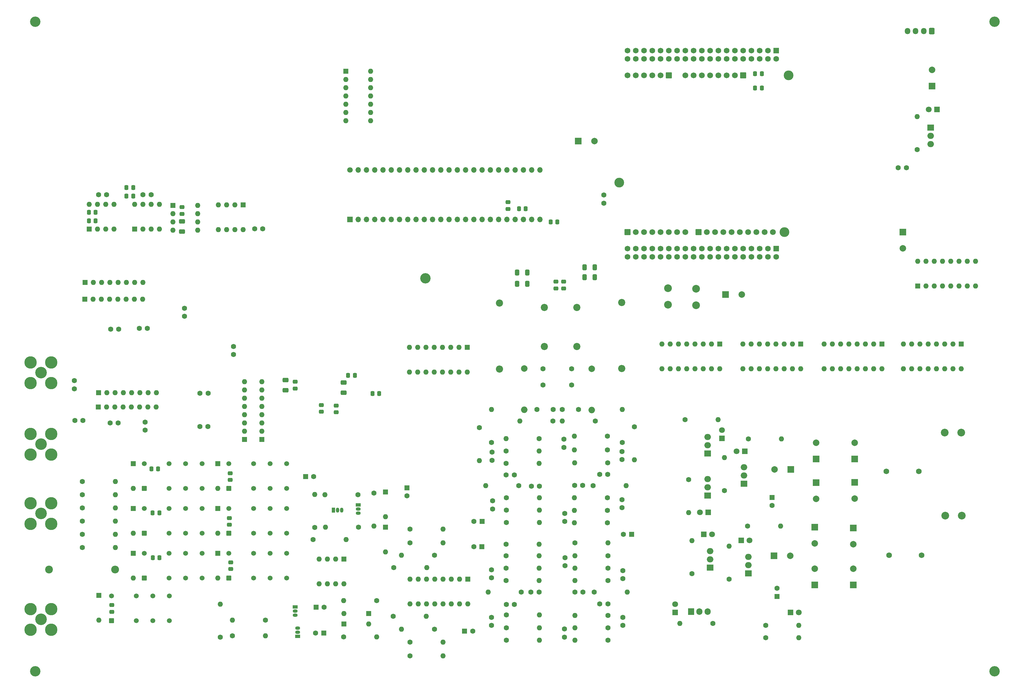
<source format=gbr>
%TF.GenerationSoftware,KiCad,Pcbnew,8.0.5*%
%TF.CreationDate,2024-12-06T02:00:12+01:00*%
%TF.ProjectId,ImpedanceAnalyzer,496d7065-6461-46e6-9365-416e616c797a,rev?*%
%TF.SameCoordinates,Original*%
%TF.FileFunction,Soldermask,Bot*%
%TF.FilePolarity,Negative*%
%FSLAX46Y46*%
G04 Gerber Fmt 4.6, Leading zero omitted, Abs format (unit mm)*
G04 Created by KiCad (PCBNEW 8.0.5) date 2024-12-06 02:00:12*
%MOMM*%
%LPD*%
G01*
G04 APERTURE LIST*
G04 Aperture macros list*
%AMRoundRect*
0 Rectangle with rounded corners*
0 $1 Rounding radius*
0 $2 $3 $4 $5 $6 $7 $8 $9 X,Y pos of 4 corners*
0 Add a 4 corners polygon primitive as box body*
4,1,4,$2,$3,$4,$5,$6,$7,$8,$9,$2,$3,0*
0 Add four circle primitives for the rounded corners*
1,1,$1+$1,$2,$3*
1,1,$1+$1,$4,$5*
1,1,$1+$1,$6,$7*
1,1,$1+$1,$8,$9*
0 Add four rect primitives between the rounded corners*
20,1,$1+$1,$2,$3,$4,$5,0*
20,1,$1+$1,$4,$5,$6,$7,0*
20,1,$1+$1,$6,$7,$8,$9,0*
20,1,$1+$1,$8,$9,$2,$3,0*%
G04 Aperture macros list end*
%ADD10R,2.000000X1.905000*%
%ADD11O,2.000000X1.905000*%
%ADD12R,1.600000X1.600000*%
%ADD13O,1.600000X1.600000*%
%ADD14C,1.600000*%
%ADD15R,1.700000X1.700000*%
%ADD16O,1.700000X1.700000*%
%ADD17C,1.700000*%
%ADD18R,2.000000X2.000000*%
%ADD19C,2.000000*%
%ADD20R,1.500000X1.050000*%
%ADD21O,1.500000X1.050000*%
%ADD22C,2.200000*%
%ADD23O,2.200000X2.200000*%
%ADD24C,3.556000*%
%ADD25C,3.810000*%
%ADD26R,1.800000X1.800000*%
%ADD27C,1.800000*%
%ADD28RoundRect,0.102000X-0.654000X-0.654000X0.654000X-0.654000X0.654000X0.654000X-0.654000X0.654000X0*%
%ADD29C,1.512000*%
%ADD30O,2.000000X2.000000*%
%ADD31C,3.200000*%
%ADD32C,3.000000*%
%ADD33RoundRect,0.102000X-0.802500X0.802500X-0.802500X-0.802500X0.802500X-0.802500X0.802500X0.802500X0*%
%ADD34C,1.809000*%
%ADD35RoundRect,0.102000X-0.765000X0.765000X-0.765000X-0.765000X0.765000X-0.765000X0.765000X0.765000X0*%
%ADD36C,1.734000*%
%ADD37C,1.754000*%
%ADD38C,2.379000*%
%ADD39R,1.050000X1.500000*%
%ADD40O,1.050000X1.500000*%
%ADD41R,1.905000X2.000000*%
%ADD42O,1.905000X2.000000*%
%ADD43C,2.400000*%
%ADD44O,2.400000X2.400000*%
%ADD45RoundRect,0.250000X0.600000X0.725000X-0.600000X0.725000X-0.600000X-0.725000X0.600000X-0.725000X0*%
%ADD46O,1.700000X1.950000*%
%ADD47RoundRect,0.250000X0.412500X0.650000X-0.412500X0.650000X-0.412500X-0.650000X0.412500X-0.650000X0*%
%ADD48RoundRect,0.250000X-0.650000X0.412500X-0.650000X-0.412500X0.650000X-0.412500X0.650000X0.412500X0*%
%ADD49RoundRect,0.250000X-0.412500X-0.650000X0.412500X-0.650000X0.412500X0.650000X-0.412500X0.650000X0*%
%ADD50RoundRect,0.250000X0.337500X0.475000X-0.337500X0.475000X-0.337500X-0.475000X0.337500X-0.475000X0*%
%ADD51RoundRect,0.250000X-0.475000X0.337500X-0.475000X-0.337500X0.475000X-0.337500X0.475000X0.337500X0*%
%ADD52RoundRect,0.250000X-0.337500X-0.475000X0.337500X-0.475000X0.337500X0.475000X-0.337500X0.475000X0*%
%ADD53RoundRect,0.250000X0.475000X-0.337500X0.475000X0.337500X-0.475000X0.337500X-0.475000X-0.337500X0*%
G04 APERTURE END LIST*
D10*
%TO.C,U21*%
X305370000Y-82630000D03*
D11*
X305370000Y-85170000D03*
X305370000Y-87710000D03*
%TD*%
D12*
%TO.C,D9*%
X86110000Y-186030000D03*
D13*
X86110000Y-193650000D03*
%TD*%
D12*
%TO.C,D13*%
X86110000Y-199830000D03*
D13*
X86110000Y-207450000D03*
%TD*%
D14*
%TO.C,R18*%
X124830000Y-239440000D03*
D13*
X134990000Y-239440000D03*
%TD*%
D14*
%TO.C,C102*%
X194930000Y-156860000D03*
X194930000Y-161860000D03*
%TD*%
%TO.C,R65*%
X206070000Y-222040000D03*
D13*
X195910000Y-222040000D03*
%TD*%
D14*
%TO.C,R31*%
X254650000Y-235860000D03*
D13*
X264810000Y-235860000D03*
%TD*%
D14*
%TO.C,R77*%
X174830000Y-236640000D03*
D13*
X184990000Y-236640000D03*
%TD*%
D14*
%TO.C,C110*%
X198410000Y-225640000D03*
X195910000Y-225640000D03*
%TD*%
%TO.C,R32*%
X249250000Y-178460000D03*
D13*
X259410000Y-178460000D03*
%TD*%
D15*
%TO.C,M1*%
X126810000Y-110880000D03*
D16*
X129350000Y-110880000D03*
X131890000Y-110880000D03*
X134430000Y-110880000D03*
X136970000Y-110880000D03*
X139510000Y-110880000D03*
X142050000Y-110880000D03*
X144590000Y-110880000D03*
X147130000Y-110880000D03*
X149670000Y-110880000D03*
X152210000Y-110880000D03*
X154750000Y-110880000D03*
X157290000Y-110880000D03*
X159830000Y-110880000D03*
X162370000Y-110880000D03*
X164910000Y-110880000D03*
X167450000Y-110880000D03*
X169990000Y-110880000D03*
X172530000Y-110880000D03*
X175070000Y-110880000D03*
X177610000Y-110880000D03*
X180150000Y-110880000D03*
X182690000Y-110880000D03*
X185230000Y-110880000D03*
X185230000Y-95640000D03*
X182690000Y-95640000D03*
X180150000Y-95640000D03*
X177610000Y-95640000D03*
X175070000Y-95640000D03*
X172530000Y-95640000D03*
X169990000Y-95640000D03*
X167450000Y-95640000D03*
X164910000Y-95640000D03*
X162370000Y-95640000D03*
X159830000Y-95640000D03*
X157290000Y-95640000D03*
X154750000Y-95640000D03*
X152210000Y-95640000D03*
X149670000Y-95640000D03*
X147130000Y-95640000D03*
X144590000Y-95640000D03*
X142050000Y-95640000D03*
X139510000Y-95640000D03*
X136970000Y-95640000D03*
X134430000Y-95640000D03*
X131890000Y-95640000D03*
X129350000Y-95640000D03*
D17*
X126810000Y-95640000D03*
%TD*%
D18*
%TO.C,C43*%
X281530000Y-205860000D03*
D19*
X281530000Y-210860000D03*
%TD*%
D14*
%TO.C,R43*%
X210530000Y-179540000D03*
D13*
X210530000Y-169380000D03*
%TD*%
D12*
%TO.C,R27*%
X99720000Y-178610000D03*
D13*
X99720000Y-176070000D03*
X99720000Y-173530000D03*
X99720000Y-170990000D03*
X99720000Y-168450000D03*
X99720000Y-165910000D03*
X99720000Y-163370000D03*
X99720000Y-160830000D03*
%TD*%
D12*
%TO.C,R25*%
X49440000Y-164250000D03*
D13*
X51980000Y-164250000D03*
X54520000Y-164250000D03*
X57060000Y-164250000D03*
X59600000Y-164250000D03*
X62140000Y-164250000D03*
X64680000Y-164250000D03*
X67220000Y-164250000D03*
%TD*%
D14*
%TO.C,R79*%
X241930000Y-194340000D03*
D13*
X241930000Y-184180000D03*
%TD*%
D18*
%TO.C,C45*%
X269730000Y-205660000D03*
D19*
X269730000Y-210660000D03*
%TD*%
D14*
%TO.C,R28*%
X90630000Y-239040000D03*
D13*
X100790000Y-239040000D03*
%TD*%
D14*
%TO.C,C123*%
X192790000Y-203890000D03*
X192790000Y-201390000D03*
%TD*%
D20*
%TO.C,Q4*%
X110710000Y-239240000D03*
D21*
X110710000Y-237970000D03*
X110710000Y-236700000D03*
%TD*%
D14*
%TO.C,C74*%
X63150000Y-103290000D03*
X65650000Y-103290000D03*
%TD*%
%TO.C,R49*%
X205950000Y-177640000D03*
D13*
X195790000Y-177640000D03*
%TD*%
D14*
%TO.C,R61*%
X174910000Y-200377500D03*
D13*
X185070000Y-200377500D03*
%TD*%
D14*
%TO.C,R51*%
X205950000Y-181840000D03*
D13*
X195790000Y-181840000D03*
%TD*%
D22*
%TO.C,L3*%
X196530000Y-137960000D03*
X186530000Y-137960000D03*
X186530000Y-149960000D03*
X196530000Y-149960000D03*
%TD*%
D14*
%TO.C,R47*%
X206000000Y-185777500D03*
D13*
X195840000Y-185777500D03*
%TD*%
D12*
%TO.C,D17*%
X132520000Y-232240000D03*
D13*
X124900000Y-232240000D03*
%TD*%
D14*
%TO.C,C108*%
X170670000Y-197527500D03*
X170670000Y-200027500D03*
%TD*%
D22*
%TO.C,L5*%
X172730000Y-136600000D03*
D23*
X172730000Y-156920000D03*
%TD*%
D12*
%TO.C,U7*%
X60530000Y-113860000D03*
D13*
X63070000Y-113860000D03*
X65610000Y-113860000D03*
X68150000Y-113860000D03*
X68150000Y-106240000D03*
X65610000Y-106240000D03*
X63070000Y-106240000D03*
X60530000Y-106240000D03*
%TD*%
D14*
%TO.C,C104*%
X197030000Y-169360000D03*
X192030000Y-169360000D03*
%TD*%
D12*
%TO.C,U5*%
X46610000Y-113860000D03*
D13*
X49150000Y-113860000D03*
X51690000Y-113860000D03*
X54230000Y-113860000D03*
X54230000Y-106240000D03*
X51690000Y-106240000D03*
X49150000Y-106240000D03*
X46610000Y-106240000D03*
%TD*%
D14*
%TO.C,R50*%
X184950000Y-178377500D03*
D13*
X174790000Y-178377500D03*
%TD*%
D24*
%TO.C,J6*%
X31745000Y-180075000D03*
D25*
X34920000Y-183250000D03*
X34920000Y-176900000D03*
X28570000Y-183250000D03*
X28570000Y-176900000D03*
%TD*%
D26*
%TO.C,D3*%
X236930000Y-201027677D03*
D27*
X234390000Y-201027677D03*
%TD*%
D28*
%TO.C,K4*%
X89510000Y-193660000D03*
D29*
X97130000Y-193660000D03*
X102210000Y-193660000D03*
X107290000Y-193660000D03*
X107290000Y-186040000D03*
X102210000Y-186040000D03*
X97130000Y-186040000D03*
X89510000Y-186040000D03*
%TD*%
D26*
%TO.C,D6*%
X247055000Y-209660000D03*
D27*
X249595000Y-209660000D03*
%TD*%
D14*
%TO.C,R57*%
X174910000Y-204177500D03*
D13*
X185070000Y-204177500D03*
%TD*%
D14*
%TO.C,C172*%
X63750000Y-175750000D03*
X63750000Y-173250000D03*
%TD*%
D12*
%TO.C,D15*%
X86110000Y-213630000D03*
D13*
X86110000Y-221250000D03*
%TD*%
D14*
%TO.C,R58*%
X205950000Y-204240000D03*
D13*
X195790000Y-204240000D03*
%TD*%
D19*
%TO.C,C132*%
X296750000Y-119750000D03*
D18*
X296750000Y-114750000D03*
%TD*%
D28*
%TO.C,K5*%
X63490000Y-193650000D03*
D29*
X71110000Y-193650000D03*
X76190000Y-193650000D03*
X81270000Y-193650000D03*
X81270000Y-186030000D03*
X76190000Y-186030000D03*
X71110000Y-186030000D03*
X63490000Y-186030000D03*
%TD*%
D20*
%TO.C,Q1*%
X129327500Y-198732500D03*
D21*
X129327500Y-200002500D03*
X129327500Y-201272500D03*
%TD*%
D14*
%TO.C,R116*%
X152790000Y-237040000D03*
D13*
X142630000Y-237040000D03*
%TD*%
D12*
%TO.C,C124*%
X167372380Y-211640000D03*
D14*
X164872380Y-211640000D03*
%TD*%
D18*
%TO.C,C20*%
X257130000Y-214427677D03*
D19*
X262130000Y-214427677D03*
%TD*%
D14*
%TO.C,R53*%
X178670000Y-192840000D03*
D13*
X168510000Y-192840000D03*
%TD*%
D12*
%TO.C,U15*%
X125530000Y-65235000D03*
D13*
X125530000Y-67775000D03*
X125530000Y-70315000D03*
X125530000Y-72855000D03*
X125530000Y-75395000D03*
X125530000Y-77935000D03*
X125530000Y-80475000D03*
X133150000Y-80475000D03*
X133150000Y-77935000D03*
X133150000Y-75395000D03*
X133150000Y-72855000D03*
X133150000Y-70315000D03*
X133150000Y-67775000D03*
X133150000Y-65235000D03*
%TD*%
D14*
%TO.C,R_R106*%
X44440000Y-191600000D03*
D13*
X54600000Y-191600000D03*
%TD*%
D14*
%TO.C,R75*%
X174830000Y-240440000D03*
D13*
X184990000Y-240440000D03*
%TD*%
D14*
%TO.C,C101*%
X170470000Y-185027500D03*
X170470000Y-182527500D03*
%TD*%
D24*
%TO.C,J7*%
X31745000Y-158075000D03*
D25*
X34920000Y-161250000D03*
X34920000Y-154900000D03*
X28570000Y-161250000D03*
X28570000Y-154900000D03*
%TD*%
D14*
%TO.C,C112*%
X210710000Y-221490000D03*
X210710000Y-218990000D03*
%TD*%
%TO.C,C116*%
X170310000Y-233390000D03*
X170310000Y-235890000D03*
%TD*%
%TO.C,C163*%
X42000000Y-163000000D03*
X42000000Y-160500000D03*
%TD*%
%TO.C,C137*%
X204800000Y-105850000D03*
X204800000Y-103350000D03*
%TD*%
D26*
%TO.C,D19*%
X262255000Y-231860000D03*
D27*
X264795000Y-231860000D03*
%TD*%
D14*
%TO.C,R81*%
X230930000Y-190947677D03*
D13*
X230930000Y-201107677D03*
%TD*%
D12*
%TO.C,D10*%
X60110000Y-186030000D03*
D13*
X60110000Y-193650000D03*
%TD*%
D18*
%TO.C,C144*%
X197000000Y-86750000D03*
D19*
X202000000Y-86750000D03*
%TD*%
D12*
%TO.C,D16*%
X137727500Y-194782500D03*
D13*
X137727500Y-202402500D03*
%TD*%
D12*
%TO.C,C118*%
X167390000Y-203840000D03*
D14*
X164890000Y-203840000D03*
%TD*%
D26*
%TO.C,D1*%
X248205000Y-182260000D03*
D27*
X245665000Y-182260000D03*
%TD*%
D14*
%TO.C,R112*%
X152790000Y-214240000D03*
D13*
X142630000Y-214240000D03*
%TD*%
D19*
%TO.C,L6*%
X201130000Y-156860000D03*
D30*
X201130000Y-169560000D03*
%TD*%
D31*
%TO.C,M3*%
X325000000Y-50000000D03*
%TD*%
D14*
%TO.C,R62*%
X205950000Y-200440000D03*
D13*
X195790000Y-200440000D03*
%TD*%
D32*
%TO.C,U10*%
X261670000Y-66540000D03*
X209600000Y-99560000D03*
X260400000Y-114800000D03*
D33*
X233980000Y-114800000D03*
D34*
X236520000Y-114800000D03*
X239060000Y-114800000D03*
X241600000Y-114800000D03*
X244140000Y-114800000D03*
X246680000Y-114800000D03*
X249220000Y-114800000D03*
X251760000Y-114800000D03*
X254300000Y-114800000D03*
X256840000Y-114800000D03*
D33*
X247700000Y-66540000D03*
D34*
X245160000Y-66540000D03*
X242620000Y-66540000D03*
X240080000Y-66540000D03*
X237540000Y-66540000D03*
X235000000Y-66540000D03*
X232460000Y-66540000D03*
X229920000Y-66540000D03*
D35*
X257860000Y-58920000D03*
D36*
X257860000Y-61460000D03*
X255320000Y-58920000D03*
X255320000Y-61460000D03*
X252780000Y-58920000D03*
X252780000Y-61460000D03*
X250240000Y-58920000D03*
X250240000Y-61460000D03*
X247700000Y-58920000D03*
X247700000Y-61460000D03*
X245160000Y-58920000D03*
X245160000Y-61460000D03*
X242620000Y-58920000D03*
X242620000Y-61460000D03*
X240080000Y-58920000D03*
X240080000Y-61460000D03*
X237540000Y-58920000D03*
X237540000Y-61460000D03*
X235000000Y-58920000D03*
X235000000Y-61460000D03*
X232460000Y-58920000D03*
X232460000Y-61460000D03*
X229920000Y-58920000D03*
X229920000Y-61460000D03*
X227380000Y-58920000D03*
X227380000Y-61460000D03*
X224840000Y-58920000D03*
X224840000Y-61460000D03*
X222300000Y-58920000D03*
X222300000Y-61460000D03*
X219760000Y-58920000D03*
X219760000Y-61460000D03*
X217220000Y-58920000D03*
X217220000Y-61460000D03*
X214680000Y-58920000D03*
X214680000Y-61460000D03*
X212140000Y-58920000D03*
X212140000Y-61460000D03*
D33*
X224840000Y-66540000D03*
D34*
X222300000Y-66540000D03*
X219760000Y-66540000D03*
X217220000Y-66540000D03*
X214680000Y-66540000D03*
X212140000Y-66540000D03*
D33*
X212140000Y-114800000D03*
D34*
X214680000Y-114800000D03*
X217220000Y-114800000D03*
X219760000Y-114800000D03*
X222300000Y-114800000D03*
X224840000Y-114800000D03*
X227380000Y-114800000D03*
X229920000Y-114800000D03*
D35*
X257860000Y-119880000D03*
D36*
X257860000Y-122420000D03*
X255320000Y-119880000D03*
X255320000Y-122420000D03*
X252780000Y-119880000D03*
X252780000Y-122420000D03*
X250240000Y-119880000D03*
X250240000Y-122420000D03*
X247700000Y-119880000D03*
X247700000Y-122420000D03*
X245160000Y-119880000D03*
X245160000Y-122420000D03*
X242620000Y-119880000D03*
X242620000Y-122420000D03*
X240080000Y-119880000D03*
X240080000Y-122420000D03*
X237540000Y-119880000D03*
X237540000Y-122420000D03*
X235000000Y-119880000D03*
X235000000Y-122420000D03*
X232460000Y-119880000D03*
X232460000Y-122420000D03*
X229920000Y-119880000D03*
X229920000Y-122420000D03*
X227380000Y-119880000D03*
X227380000Y-122420000D03*
X224840000Y-119880000D03*
X224840000Y-122420000D03*
X222300000Y-119880000D03*
X222300000Y-122420000D03*
X219760000Y-119880000D03*
X219760000Y-122420000D03*
X217220000Y-119880000D03*
X217220000Y-122420000D03*
X214680000Y-119880000D03*
X214680000Y-122420000D03*
X212140000Y-119880000D03*
X212140000Y-122420000D03*
%TD*%
D19*
%TO.C,L7*%
X180330000Y-156810000D03*
D30*
X180330000Y-169510000D03*
%TD*%
D14*
%TO.C,R111*%
X145230000Y-210440000D03*
D13*
X155390000Y-210440000D03*
%TD*%
D14*
%TO.C,C78*%
X80670000Y-164410000D03*
X83170000Y-164410000D03*
%TD*%
%TO.C,R117*%
X140030000Y-233040000D03*
D13*
X150190000Y-233040000D03*
%TD*%
D10*
%TO.C,U18*%
X247930000Y-192260000D03*
D11*
X247930000Y-189720000D03*
X247930000Y-187180000D03*
%TD*%
D14*
%TO.C,R115*%
X145230000Y-241040000D03*
D13*
X155390000Y-241040000D03*
%TD*%
D12*
%TO.C,C195*%
X116327621Y-230240000D03*
D14*
X118827621Y-230240000D03*
%TD*%
D28*
%TO.C,K1*%
X63490000Y-221260000D03*
D29*
X71110000Y-221260000D03*
X76190000Y-221260000D03*
X81270000Y-221260000D03*
X81270000Y-213640000D03*
X76190000Y-213640000D03*
X71110000Y-213640000D03*
X63490000Y-213640000D03*
%TD*%
D14*
%TO.C,C129*%
X192710000Y-239490000D03*
X192710000Y-236990000D03*
%TD*%
D31*
%TO.C,M3*%
X325000000Y-250000000D03*
%TD*%
D12*
%TO.C,U33*%
X240470000Y-149260000D03*
D13*
X237930000Y-149260000D03*
X235390000Y-149260000D03*
X232850000Y-149260000D03*
X230310000Y-149260000D03*
X227770000Y-149260000D03*
X225230000Y-149260000D03*
X222690000Y-149260000D03*
X222690000Y-156880000D03*
X225230000Y-156880000D03*
X227770000Y-156880000D03*
X230310000Y-156880000D03*
X232850000Y-156880000D03*
X235390000Y-156880000D03*
X237930000Y-156880000D03*
X240470000Y-156880000D03*
%TD*%
D14*
%TO.C,C105*%
X189230000Y-169360000D03*
X184230000Y-169360000D03*
%TD*%
D37*
%TO.C,L1*%
X291730000Y-188460000D03*
X301730000Y-188460000D03*
%TD*%
D12*
%TO.C,D11*%
X60110000Y-213630000D03*
D13*
X60110000Y-221250000D03*
%TD*%
D14*
%TO.C,C142*%
X297850000Y-95000000D03*
X295350000Y-95000000D03*
%TD*%
%TO.C,R14*%
X134990000Y-228240000D03*
D13*
X124830000Y-228240000D03*
%TD*%
D14*
%TO.C,R13*%
X129207500Y-195602500D03*
D13*
X119047500Y-195602500D03*
%TD*%
D10*
%TO.C,U23*%
X237530000Y-218107677D03*
D11*
X237530000Y-215567677D03*
X237530000Y-213027677D03*
%TD*%
D14*
%TO.C,R52*%
X174790000Y-182177500D03*
D13*
X184950000Y-182177500D03*
%TD*%
D14*
%TO.C,C107*%
X198340000Y-192777500D03*
X195840000Y-192777500D03*
%TD*%
D12*
%TO.C,U31*%
X162805000Y-150260000D03*
D13*
X160265000Y-150260000D03*
X157725000Y-150260000D03*
X155185000Y-150260000D03*
X152645000Y-150260000D03*
X150105000Y-150260000D03*
X147565000Y-150260000D03*
X145025000Y-150260000D03*
X145025000Y-157880000D03*
X147565000Y-157880000D03*
X150105000Y-157880000D03*
X152645000Y-157880000D03*
X155185000Y-157880000D03*
X157725000Y-157880000D03*
X160265000Y-157880000D03*
X162805000Y-157880000D03*
%TD*%
D14*
%TO.C,R69*%
X206070000Y-218240000D03*
D13*
X195910000Y-218240000D03*
%TD*%
D14*
%TO.C,C117*%
X210710000Y-233390000D03*
X210710000Y-235890000D03*
%TD*%
D18*
%TO.C,C32*%
X281530000Y-223427677D03*
D19*
X281530000Y-218427677D03*
%TD*%
D12*
%TO.C,U27*%
X301325000Y-131400000D03*
D13*
X303865000Y-131400000D03*
X306405000Y-131400000D03*
X308945000Y-131400000D03*
X311485000Y-131400000D03*
X314025000Y-131400000D03*
X316565000Y-131400000D03*
X319105000Y-131400000D03*
X319105000Y-123780000D03*
X316565000Y-123780000D03*
X314025000Y-123780000D03*
X311485000Y-123780000D03*
X308945000Y-123780000D03*
X306405000Y-123780000D03*
X303865000Y-123780000D03*
X301325000Y-123780000D03*
%TD*%
D14*
%TO.C,R48*%
X174790000Y-185977500D03*
D13*
X184950000Y-185977500D03*
%TD*%
D12*
%TO.C,R24*%
X45280000Y-135450000D03*
D13*
X47820000Y-135450000D03*
X50360000Y-135450000D03*
X52900000Y-135450000D03*
X55440000Y-135450000D03*
X57980000Y-135450000D03*
X60520000Y-135450000D03*
X63060000Y-135450000D03*
%TD*%
D14*
%TO.C,R55*%
X174910000Y-196577500D03*
D13*
X185070000Y-196577500D03*
%TD*%
D14*
%TO.C,R73*%
X174830000Y-232640000D03*
D13*
X184990000Y-232640000D03*
%TD*%
D12*
%TO.C,D18*%
X124900000Y-235440000D03*
D13*
X132520000Y-235440000D03*
%TD*%
D10*
%TO.C,U20*%
X236730000Y-195907677D03*
D11*
X236730000Y-193367677D03*
X236730000Y-190827677D03*
%TD*%
D12*
%TO.C,C125*%
X162030000Y-237660000D03*
D14*
X164530000Y-237660000D03*
%TD*%
%TO.C,R44*%
X170330000Y-179540000D03*
D13*
X170330000Y-169380000D03*
%TD*%
D14*
%TO.C,R64*%
X174820000Y-210900000D03*
D13*
X184980000Y-210900000D03*
%TD*%
D14*
%TO.C,R22*%
X100790000Y-234240000D03*
D13*
X90630000Y-234240000D03*
%TD*%
D14*
%TO.C,C84*%
X64495000Y-144450000D03*
X61995000Y-144450000D03*
%TD*%
%TO.C,C109*%
X210440000Y-197127500D03*
X210440000Y-199627500D03*
%TD*%
D31*
%TO.C,M3*%
X30000000Y-50000000D03*
%TD*%
D14*
%TO.C,C77*%
X83120000Y-174610000D03*
X80620000Y-174610000D03*
%TD*%
D18*
%TO.C,C17*%
X281930000Y-184627677D03*
D19*
X281930000Y-179627677D03*
%TD*%
D22*
%TO.C,L4*%
X210330000Y-136440000D03*
D23*
X210330000Y-156760000D03*
%TD*%
D14*
%TO.C,C113*%
X170310000Y-221240000D03*
X170310000Y-218740000D03*
%TD*%
%TO.C,R21*%
X115447500Y-209402500D03*
D13*
X125607500Y-209402500D03*
%TD*%
D14*
%TO.C,R59*%
X202210000Y-172960000D03*
D13*
X192050000Y-172960000D03*
%TD*%
D14*
%TO.C,R20*%
X129407500Y-205602500D03*
D13*
X119247500Y-205602500D03*
%TD*%
D12*
%TO.C,C197*%
X118692380Y-238240000D03*
D14*
X116192380Y-238240000D03*
%TD*%
D12*
%TO.C,U32*%
X163010000Y-221640000D03*
D13*
X160470000Y-221640000D03*
X157930000Y-221640000D03*
X155390000Y-221640000D03*
X152850000Y-221640000D03*
X150310000Y-221640000D03*
X147770000Y-221640000D03*
X145230000Y-221640000D03*
X145230000Y-229260000D03*
X147770000Y-229260000D03*
X150310000Y-229260000D03*
X152850000Y-229260000D03*
X155390000Y-229260000D03*
X157930000Y-229260000D03*
X160470000Y-229260000D03*
X163010000Y-229260000D03*
%TD*%
D26*
%TO.C,D5*%
X235590000Y-207827677D03*
D27*
X238130000Y-207827677D03*
%TD*%
D38*
%TO.C,J1*%
X224600000Y-137140000D03*
X224600000Y-132060000D03*
%TD*%
D31*
%TO.C,M3*%
X150000000Y-129000000D03*
%TD*%
D14*
%TO.C,C99*%
X177320000Y-189577500D03*
X174820000Y-189577500D03*
%TD*%
%TO.C,C70*%
X75920000Y-138200000D03*
X75920000Y-140700000D03*
%TD*%
D37*
%TO.C,L2*%
X292530000Y-214227677D03*
X302530000Y-214227677D03*
%TD*%
D14*
%TO.C,R85*%
X238410000Y-235227677D03*
D13*
X228250000Y-235227677D03*
%TD*%
D14*
%TO.C,C111*%
X182410000Y-225640000D03*
X184910000Y-225640000D03*
%TD*%
D12*
%TO.C,C119*%
X213390000Y-207840000D03*
D14*
X210890000Y-207840000D03*
%TD*%
%TO.C,R_R110*%
X44440000Y-207800000D03*
D13*
X54600000Y-207800000D03*
%TD*%
D12*
%TO.C,U26*%
X290370000Y-149260000D03*
D13*
X287830000Y-149260000D03*
X285290000Y-149260000D03*
X282750000Y-149260000D03*
X280210000Y-149260000D03*
X277670000Y-149260000D03*
X275130000Y-149260000D03*
X272590000Y-149260000D03*
X272590000Y-156880000D03*
X275130000Y-156880000D03*
X277670000Y-156880000D03*
X280210000Y-156880000D03*
X282750000Y-156880000D03*
X285290000Y-156880000D03*
X287830000Y-156880000D03*
X290370000Y-156880000D03*
%TD*%
D14*
%TO.C,C98*%
X206040000Y-189377500D03*
X203540000Y-189377500D03*
%TD*%
D18*
%TO.C,C47*%
X269730000Y-223427677D03*
D19*
X269730000Y-218427677D03*
%TD*%
D28*
%TO.C,K7*%
X89510000Y-221260000D03*
D29*
X97130000Y-221260000D03*
X102210000Y-221260000D03*
X107290000Y-221260000D03*
X107290000Y-213640000D03*
X102210000Y-213640000D03*
X97130000Y-213640000D03*
X89510000Y-213640000D03*
%TD*%
D14*
%TO.C,R76*%
X206070000Y-240440000D03*
D13*
X195910000Y-240440000D03*
%TD*%
D14*
%TO.C,C114*%
X177360000Y-229440000D03*
X174860000Y-229440000D03*
%TD*%
D18*
%TO.C,C44*%
X270130000Y-184660000D03*
D19*
X270130000Y-179660000D03*
%TD*%
D14*
%TO.C,R119*%
X145230000Y-206240000D03*
D13*
X155390000Y-206240000D03*
%TD*%
D12*
%TO.C,D8*%
X49580000Y-226600000D03*
D13*
X49580000Y-234220000D03*
%TD*%
D28*
%TO.C,K3*%
X89510000Y-207460000D03*
D29*
X97130000Y-207460000D03*
X102210000Y-207460000D03*
X107290000Y-207460000D03*
X107290000Y-199840000D03*
X102210000Y-199840000D03*
X97130000Y-199840000D03*
X89510000Y-199840000D03*
%TD*%
D14*
%TO.C,R84*%
X243330000Y-221620000D03*
D13*
X243330000Y-211460000D03*
%TD*%
D26*
%TO.C,D7*%
X226730000Y-231902677D03*
D27*
X226730000Y-229362677D03*
%TD*%
D14*
%TO.C,C122*%
X192590000Y-181040000D03*
X192590000Y-178540000D03*
%TD*%
D12*
%TO.C,R5*%
X94320000Y-178650000D03*
D13*
X94320000Y-176110000D03*
X94320000Y-173570000D03*
X94320000Y-171030000D03*
X94320000Y-168490000D03*
X94320000Y-165950000D03*
X94320000Y-163410000D03*
X94320000Y-160870000D03*
%TD*%
D14*
%TO.C,R83*%
X231930000Y-219907677D03*
D13*
X231930000Y-209747677D03*
%TD*%
D14*
%TO.C,R_R109*%
X44440000Y-203750000D03*
D13*
X54600000Y-203750000D03*
%TD*%
D14*
%TO.C,R_R107*%
X44440000Y-195650000D03*
D13*
X54600000Y-195650000D03*
%TD*%
D14*
%TO.C,R34*%
X254650000Y-239660000D03*
D13*
X264810000Y-239660000D03*
%TD*%
D14*
%TO.C,R30*%
X86910000Y-239520000D03*
D13*
X86910000Y-229360000D03*
%TD*%
D39*
%TO.C,Q2*%
X121657500Y-200402500D03*
D40*
X122927500Y-200402500D03*
X124197500Y-200402500D03*
%TD*%
D26*
%TO.C,D2*%
X241130000Y-178247677D03*
D27*
X241130000Y-175707677D03*
%TD*%
D41*
%TO.C,U24*%
X231650000Y-231627677D03*
D42*
X234190000Y-231627677D03*
X236730000Y-231627677D03*
%TD*%
D14*
%TO.C,R78*%
X206070000Y-236640000D03*
D13*
X195910000Y-236640000D03*
%TD*%
D14*
%TO.C,R71*%
X179470000Y-225640000D03*
D13*
X169310000Y-225640000D03*
%TD*%
D14*
%TO.C,R29*%
X115927500Y-205682500D03*
D13*
X115927500Y-195522500D03*
%TD*%
D14*
%TO.C,R54*%
X201510000Y-192840000D03*
D13*
X211670000Y-192840000D03*
%TD*%
D31*
%TO.C,M3*%
X30000000Y-250000000D03*
%TD*%
D12*
%TO.C,C15*%
X256530000Y-196477621D03*
D14*
X256530000Y-198977621D03*
%TD*%
%TO.C,R45*%
X214200000Y-174750000D03*
D13*
X214200000Y-184910000D03*
%TD*%
D43*
%TO.C,R105_RANGE1*%
X34200000Y-218650000D03*
D44*
X54520000Y-218650000D03*
%TD*%
D14*
%TO.C,C72*%
X97460000Y-113800000D03*
X99960000Y-113800000D03*
%TD*%
D12*
%TO.C,C16*%
X258130000Y-226960000D03*
D14*
X258130000Y-224460000D03*
%TD*%
%TO.C,R_R111*%
X44440000Y-211850000D03*
D13*
X54600000Y-211850000D03*
%TD*%
D12*
%TO.C,C193*%
X113127621Y-190040000D03*
D14*
X115627621Y-190040000D03*
%TD*%
D12*
%TO.C,D14*%
X60110000Y-199830000D03*
D13*
X60110000Y-207450000D03*
%TD*%
D24*
%TO.C,J9*%
X31745000Y-234000000D03*
D25*
X34920000Y-237175000D03*
X34920000Y-230825000D03*
X28570000Y-237175000D03*
X28570000Y-230825000D03*
%TD*%
D38*
%TO.C,J2*%
X314930000Y-202060000D03*
X309850000Y-202060000D03*
%TD*%
D12*
%TO.C,D12*%
X137727500Y-205592500D03*
D13*
X137727500Y-213212500D03*
%TD*%
D18*
%TO.C,C46*%
X270130000Y-191892323D03*
D19*
X270130000Y-196892323D03*
%TD*%
D38*
%TO.C,J10*%
X314730000Y-176460000D03*
X309650000Y-176460000D03*
%TD*%
D18*
%TO.C,C133*%
X305800000Y-69800000D03*
D19*
X305800000Y-64800000D03*
%TD*%
D28*
%TO.C,K6*%
X63490000Y-207450000D03*
D29*
X71110000Y-207450000D03*
X76190000Y-207450000D03*
X81270000Y-207450000D03*
X81270000Y-199830000D03*
X76190000Y-199830000D03*
X71110000Y-199830000D03*
X63490000Y-199830000D03*
%TD*%
D18*
%TO.C,C42*%
X262330000Y-187860000D03*
D19*
X257330000Y-187860000D03*
%TD*%
D14*
%TO.C,R66*%
X174780000Y-222040000D03*
D13*
X184940000Y-222040000D03*
%TD*%
D14*
%TO.C,R67*%
X206070000Y-214440000D03*
D13*
X195910000Y-214440000D03*
%TD*%
D12*
%TO.C,C191*%
X144327500Y-193502500D03*
D14*
X144327500Y-196002500D03*
%TD*%
%TO.C,R68*%
X174820000Y-214440000D03*
D13*
X184980000Y-214440000D03*
%TD*%
D14*
%TO.C,R33*%
X249050000Y-205260000D03*
D13*
X259210000Y-205260000D03*
%TD*%
D14*
%TO.C,C83*%
X55695000Y-144650000D03*
X53195000Y-144650000D03*
%TD*%
%TO.C,C115*%
X206110000Y-229240000D03*
X203610000Y-229240000D03*
%TD*%
%TO.C,R60*%
X189210000Y-172960000D03*
D13*
X179050000Y-172960000D03*
%TD*%
D14*
%TO.C,R_R108*%
X44440000Y-199700000D03*
D13*
X54600000Y-199700000D03*
%TD*%
D14*
%TO.C,R80*%
X229850000Y-172507677D03*
D13*
X240010000Y-172507677D03*
%TD*%
D14*
%TO.C,R56*%
X205950000Y-196577500D03*
D13*
X195790000Y-196577500D03*
%TD*%
D14*
%TO.C,C169*%
X53000000Y-173500000D03*
X55500000Y-173500000D03*
%TD*%
%TO.C,C100*%
X210440000Y-184827500D03*
X210440000Y-182327500D03*
%TD*%
D12*
%TO.C,U34*%
X124910000Y-215440000D03*
D13*
X122370000Y-215440000D03*
X119830000Y-215440000D03*
X117290000Y-215440000D03*
X117290000Y-223060000D03*
X119830000Y-223060000D03*
X122370000Y-223060000D03*
X124910000Y-223060000D03*
%TD*%
D12*
%TO.C,U16*%
X314710000Y-149240000D03*
D13*
X312170000Y-149240000D03*
X309630000Y-149240000D03*
X307090000Y-149240000D03*
X304550000Y-149240000D03*
X302010000Y-149240000D03*
X299470000Y-149240000D03*
X296930000Y-149240000D03*
X296930000Y-156860000D03*
X299470000Y-156860000D03*
X302010000Y-156860000D03*
X304550000Y-156860000D03*
X307090000Y-156860000D03*
X309630000Y-156860000D03*
X312170000Y-156860000D03*
X314710000Y-156860000D03*
%TD*%
D14*
%TO.C,R74*%
X206070000Y-232840000D03*
D13*
X195910000Y-232840000D03*
%TD*%
D14*
%TO.C,C106*%
X182570000Y-192977500D03*
X185070000Y-192977500D03*
%TD*%
%TO.C,C166*%
X42170000Y-172750000D03*
X44670000Y-172750000D03*
%TD*%
D18*
%TO.C,C145*%
X242232323Y-134000000D03*
D19*
X247232323Y-134000000D03*
%TD*%
D14*
%TO.C,C73*%
X49450000Y-103300000D03*
X51950000Y-103300000D03*
%TD*%
%TO.C,R63*%
X195910000Y-210440000D03*
D13*
X206070000Y-210440000D03*
%TD*%
D12*
%TO.C,R26*%
X45300000Y-130250000D03*
D13*
X47840000Y-130250000D03*
X50380000Y-130250000D03*
X52920000Y-130250000D03*
X55460000Y-130250000D03*
X58000000Y-130250000D03*
X60540000Y-130250000D03*
X63080000Y-130250000D03*
%TD*%
D26*
%TO.C,D4*%
X307245000Y-77030000D03*
D27*
X304705000Y-77030000D03*
%TD*%
D10*
%TO.C,U19*%
X249330000Y-219860000D03*
D11*
X249330000Y-217320000D03*
X249330000Y-214780000D03*
%TD*%
D14*
%TO.C,C128*%
X192910000Y-217490000D03*
X192910000Y-214990000D03*
%TD*%
D45*
%TO.C,J5*%
X305700000Y-52900000D03*
D46*
X303200000Y-52900000D03*
X300700000Y-52900000D03*
X298200000Y-52900000D03*
%TD*%
D14*
%TO.C,R118*%
X145230000Y-245240000D03*
D13*
X155390000Y-245240000D03*
%TD*%
D12*
%TO.C,U30*%
X265370000Y-149260000D03*
D13*
X262830000Y-149260000D03*
X260290000Y-149260000D03*
X257750000Y-149260000D03*
X255210000Y-149260000D03*
X252670000Y-149260000D03*
X250130000Y-149260000D03*
X247590000Y-149260000D03*
X247590000Y-156880000D03*
X250130000Y-156880000D03*
X252670000Y-156880000D03*
X255210000Y-156880000D03*
X257750000Y-156880000D03*
X260290000Y-156880000D03*
X262830000Y-156880000D03*
X265370000Y-156880000D03*
%TD*%
D14*
%TO.C,R70*%
X174780000Y-218240000D03*
D13*
X184940000Y-218240000D03*
%TD*%
D38*
%TO.C,J3*%
X233200000Y-137340000D03*
X233200000Y-132260000D03*
%TD*%
D12*
%TO.C,U12*%
X72330000Y-106580000D03*
D13*
X72330000Y-109120000D03*
X72330000Y-111660000D03*
X72330000Y-114200000D03*
X79950000Y-114200000D03*
X79950000Y-111660000D03*
X79950000Y-109120000D03*
X79950000Y-106580000D03*
%TD*%
D14*
%TO.C,C103*%
X186130000Y-161860000D03*
X186130000Y-156860000D03*
%TD*%
D12*
%TO.C,R114*%
X49360000Y-168650000D03*
D13*
X51900000Y-168650000D03*
X54440000Y-168650000D03*
X56980000Y-168650000D03*
X59520000Y-168650000D03*
X62060000Y-168650000D03*
X64600000Y-168650000D03*
X67140000Y-168650000D03*
%TD*%
D28*
%TO.C,K2*%
X53490000Y-234440000D03*
D29*
X61110000Y-234440000D03*
X66190000Y-234440000D03*
X71270000Y-234440000D03*
X71270000Y-226820000D03*
X66190000Y-226820000D03*
X61110000Y-226820000D03*
X53490000Y-226820000D03*
%TD*%
D14*
%TO.C,R6*%
X134127500Y-195122500D03*
D13*
X134127500Y-205282500D03*
%TD*%
D18*
%TO.C,C21*%
X281930000Y-191860000D03*
D19*
X281930000Y-196860000D03*
%TD*%
D14*
%TO.C,R82*%
X301170000Y-89390000D03*
D13*
X301170000Y-79230000D03*
%TD*%
D10*
%TO.C,U22*%
X236730000Y-182907677D03*
D11*
X236730000Y-180367677D03*
X236730000Y-177827677D03*
%TD*%
D14*
%TO.C,R72*%
X201910000Y-225640000D03*
D13*
X212070000Y-225640000D03*
%TD*%
D14*
%TO.C,C69*%
X90997500Y-149960000D03*
X90997500Y-152460000D03*
%TD*%
D12*
%TO.C,U13*%
X93910000Y-106400000D03*
D13*
X91370000Y-106400000D03*
X88830000Y-106400000D03*
X86290000Y-106400000D03*
X86290000Y-114020000D03*
X88830000Y-114020000D03*
X91370000Y-114020000D03*
X93910000Y-114020000D03*
%TD*%
D14*
%TO.C,R46*%
X166600000Y-174950000D03*
D13*
X166600000Y-185110000D03*
%TD*%
D20*
%TO.C,Q3*%
X109950000Y-230170000D03*
D21*
X109950000Y-231440000D03*
X109950000Y-232710000D03*
%TD*%
D14*
%TO.C,R113*%
X140230000Y-218040000D03*
D13*
X150390000Y-218040000D03*
%TD*%
D24*
%TO.C,J8*%
X31745000Y-201425000D03*
D25*
X34920000Y-204600000D03*
X34920000Y-198250000D03*
X28570000Y-204600000D03*
X28570000Y-198250000D03*
%TD*%
D47*
%TO.C,C93*%
X181292500Y-130660000D03*
X178167500Y-130660000D03*
%TD*%
D48*
%TO.C,C3*%
X106930000Y-160297500D03*
X106930000Y-163422500D03*
%TD*%
D49*
%TO.C,C88*%
X198923750Y-128666250D03*
X202048750Y-128666250D03*
%TD*%
D50*
%TO.C,C131*%
X180800000Y-107600000D03*
X178725000Y-107600000D03*
%TD*%
D51*
%TO.C,C179*%
X89930000Y-189022500D03*
X89930000Y-191097500D03*
%TD*%
D52*
%TO.C,C146*%
X251362500Y-66000000D03*
X253437500Y-66000000D03*
%TD*%
D51*
%TO.C,C185*%
X90130000Y-216422500D03*
X90130000Y-218497500D03*
%TD*%
D52*
%TO.C,C48*%
X58062500Y-103700000D03*
X60137500Y-103700000D03*
%TD*%
%TO.C,C184*%
X66092500Y-201260000D03*
X68167500Y-201260000D03*
%TD*%
D48*
%TO.C,C4*%
X124855000Y-161097500D03*
X124855000Y-164222500D03*
%TD*%
D50*
%TO.C,C24*%
X48565000Y-108720000D03*
X46490000Y-108720000D03*
%TD*%
D53*
%TO.C,C10*%
X109930000Y-162935000D03*
X109930000Y-160860000D03*
%TD*%
D48*
%TO.C,C29*%
X75130000Y-111497500D03*
X75130000Y-114622500D03*
%TD*%
D47*
%TO.C,C91*%
X181292500Y-127260000D03*
X178167500Y-127260000D03*
%TD*%
D51*
%TO.C,C183*%
X89730000Y-202822500D03*
X89730000Y-204897500D03*
%TD*%
D50*
%TO.C,C18*%
X60137500Y-101100000D03*
X58062500Y-101100000D03*
%TD*%
D51*
%TO.C,C178*%
X53530000Y-229622500D03*
X53530000Y-231697500D03*
%TD*%
D53*
%TO.C,C89*%
X190086250Y-132103750D03*
X190086250Y-130028750D03*
%TD*%
D49*
%TO.C,C94*%
X198931250Y-125576250D03*
X202056250Y-125576250D03*
%TD*%
D53*
%TO.C,C90*%
X192486250Y-132103750D03*
X192486250Y-130028750D03*
%TD*%
D52*
%TO.C,C180*%
X65692500Y-187660000D03*
X67767500Y-187660000D03*
%TD*%
D50*
%TO.C,C135*%
X253437500Y-70400000D03*
X251362500Y-70400000D03*
%TD*%
D51*
%TO.C,C14*%
X117930000Y-168022500D03*
X117930000Y-170097500D03*
%TD*%
D50*
%TO.C,C143*%
X190567500Y-111660000D03*
X188492500Y-111660000D03*
%TD*%
D51*
%TO.C,C66*%
X122530000Y-168185000D03*
X122530000Y-170260000D03*
%TD*%
D52*
%TO.C,C23*%
X133692500Y-164460000D03*
X135767500Y-164460000D03*
%TD*%
D51*
%TO.C,C136*%
X175400000Y-105562500D03*
X175400000Y-107637500D03*
%TD*%
D52*
%TO.C,C181*%
X66130000Y-215060000D03*
X68205000Y-215060000D03*
%TD*%
D53*
%TO.C,C28*%
X75130000Y-109180000D03*
X75130000Y-107105000D03*
%TD*%
D50*
%TO.C,C25*%
X48565000Y-111320000D03*
X46490000Y-111320000D03*
%TD*%
%TO.C,C12*%
X128292500Y-158860000D03*
X126217500Y-158860000D03*
%TD*%
M02*

</source>
